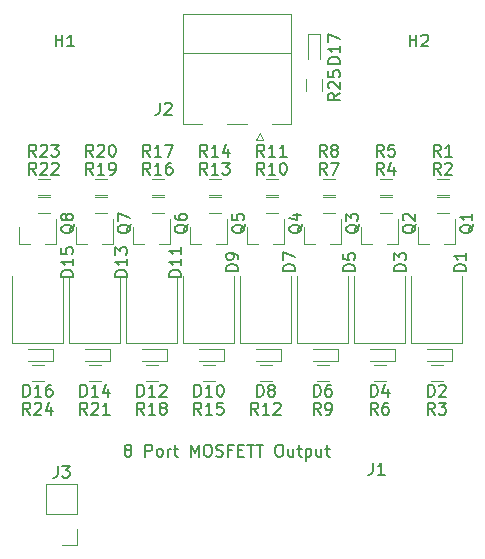
<source format=gbr>
%TF.GenerationSoftware,KiCad,Pcbnew,(5.1.6)-1*%
%TF.CreationDate,2020-12-06T15:26:43+11:00*%
%TF.ProjectId,mc13clkioout,6d633133-636c-46b6-996f-6f75742e6b69,rev?*%
%TF.SameCoordinates,Original*%
%TF.FileFunction,Legend,Top*%
%TF.FilePolarity,Positive*%
%FSLAX46Y46*%
G04 Gerber Fmt 4.6, Leading zero omitted, Abs format (unit mm)*
G04 Created by KiCad (PCBNEW (5.1.6)-1) date 2020-12-06 15:26:43*
%MOMM*%
%LPD*%
G01*
G04 APERTURE LIST*
%ADD10C,0.150000*%
%ADD11C,0.120000*%
G04 APERTURE END LIST*
D10*
X125151619Y-126880952D02*
X125056380Y-126833333D01*
X125008761Y-126785714D01*
X124961142Y-126690476D01*
X124961142Y-126642857D01*
X125008761Y-126547619D01*
X125056380Y-126500000D01*
X125151619Y-126452380D01*
X125342095Y-126452380D01*
X125437333Y-126500000D01*
X125484952Y-126547619D01*
X125532571Y-126642857D01*
X125532571Y-126690476D01*
X125484952Y-126785714D01*
X125437333Y-126833333D01*
X125342095Y-126880952D01*
X125151619Y-126880952D01*
X125056380Y-126928571D01*
X125008761Y-126976190D01*
X124961142Y-127071428D01*
X124961142Y-127261904D01*
X125008761Y-127357142D01*
X125056380Y-127404761D01*
X125151619Y-127452380D01*
X125342095Y-127452380D01*
X125437333Y-127404761D01*
X125484952Y-127357142D01*
X125532571Y-127261904D01*
X125532571Y-127071428D01*
X125484952Y-126976190D01*
X125437333Y-126928571D01*
X125342095Y-126880952D01*
X126723047Y-127452380D02*
X126723047Y-126452380D01*
X127104000Y-126452380D01*
X127199238Y-126500000D01*
X127246857Y-126547619D01*
X127294476Y-126642857D01*
X127294476Y-126785714D01*
X127246857Y-126880952D01*
X127199238Y-126928571D01*
X127104000Y-126976190D01*
X126723047Y-126976190D01*
X127865904Y-127452380D02*
X127770666Y-127404761D01*
X127723047Y-127357142D01*
X127675428Y-127261904D01*
X127675428Y-126976190D01*
X127723047Y-126880952D01*
X127770666Y-126833333D01*
X127865904Y-126785714D01*
X128008761Y-126785714D01*
X128104000Y-126833333D01*
X128151619Y-126880952D01*
X128199238Y-126976190D01*
X128199238Y-127261904D01*
X128151619Y-127357142D01*
X128104000Y-127404761D01*
X128008761Y-127452380D01*
X127865904Y-127452380D01*
X128627809Y-127452380D02*
X128627809Y-126785714D01*
X128627809Y-126976190D02*
X128675428Y-126880952D01*
X128723047Y-126833333D01*
X128818285Y-126785714D01*
X128913523Y-126785714D01*
X129104000Y-126785714D02*
X129484952Y-126785714D01*
X129246857Y-126452380D02*
X129246857Y-127309523D01*
X129294476Y-127404761D01*
X129389714Y-127452380D01*
X129484952Y-127452380D01*
X130580190Y-127452380D02*
X130580190Y-126452380D01*
X130913523Y-127166666D01*
X131246857Y-126452380D01*
X131246857Y-127452380D01*
X131913523Y-126452380D02*
X132104000Y-126452380D01*
X132199238Y-126500000D01*
X132294476Y-126595238D01*
X132342095Y-126785714D01*
X132342095Y-127119047D01*
X132294476Y-127309523D01*
X132199238Y-127404761D01*
X132104000Y-127452380D01*
X131913523Y-127452380D01*
X131818285Y-127404761D01*
X131723047Y-127309523D01*
X131675428Y-127119047D01*
X131675428Y-126785714D01*
X131723047Y-126595238D01*
X131818285Y-126500000D01*
X131913523Y-126452380D01*
X132723047Y-127404761D02*
X132865904Y-127452380D01*
X133104000Y-127452380D01*
X133199238Y-127404761D01*
X133246857Y-127357142D01*
X133294476Y-127261904D01*
X133294476Y-127166666D01*
X133246857Y-127071428D01*
X133199238Y-127023809D01*
X133104000Y-126976190D01*
X132913523Y-126928571D01*
X132818285Y-126880952D01*
X132770666Y-126833333D01*
X132723047Y-126738095D01*
X132723047Y-126642857D01*
X132770666Y-126547619D01*
X132818285Y-126500000D01*
X132913523Y-126452380D01*
X133151619Y-126452380D01*
X133294476Y-126500000D01*
X134056380Y-126928571D02*
X133723047Y-126928571D01*
X133723047Y-127452380D02*
X133723047Y-126452380D01*
X134199238Y-126452380D01*
X134580190Y-126928571D02*
X134913523Y-126928571D01*
X135056380Y-127452380D02*
X134580190Y-127452380D01*
X134580190Y-126452380D01*
X135056380Y-126452380D01*
X135342095Y-126452380D02*
X135913523Y-126452380D01*
X135627809Y-127452380D02*
X135627809Y-126452380D01*
X136104000Y-126452380D02*
X136675428Y-126452380D01*
X136389714Y-127452380D02*
X136389714Y-126452380D01*
X137961142Y-126452380D02*
X138151619Y-126452380D01*
X138246857Y-126500000D01*
X138342095Y-126595238D01*
X138389714Y-126785714D01*
X138389714Y-127119047D01*
X138342095Y-127309523D01*
X138246857Y-127404761D01*
X138151619Y-127452380D01*
X137961142Y-127452380D01*
X137865904Y-127404761D01*
X137770666Y-127309523D01*
X137723047Y-127119047D01*
X137723047Y-126785714D01*
X137770666Y-126595238D01*
X137865904Y-126500000D01*
X137961142Y-126452380D01*
X139246857Y-126785714D02*
X139246857Y-127452380D01*
X138818285Y-126785714D02*
X138818285Y-127309523D01*
X138865904Y-127404761D01*
X138961142Y-127452380D01*
X139104000Y-127452380D01*
X139199238Y-127404761D01*
X139246857Y-127357142D01*
X139580190Y-126785714D02*
X139961142Y-126785714D01*
X139723047Y-126452380D02*
X139723047Y-127309523D01*
X139770666Y-127404761D01*
X139865904Y-127452380D01*
X139961142Y-127452380D01*
X140294476Y-126785714D02*
X140294476Y-127785714D01*
X140294476Y-126833333D02*
X140389714Y-126785714D01*
X140580190Y-126785714D01*
X140675428Y-126833333D01*
X140723047Y-126880952D01*
X140770666Y-126976190D01*
X140770666Y-127261904D01*
X140723047Y-127357142D01*
X140675428Y-127404761D01*
X140580190Y-127452380D01*
X140389714Y-127452380D01*
X140294476Y-127404761D01*
X141627809Y-126785714D02*
X141627809Y-127452380D01*
X141199238Y-126785714D02*
X141199238Y-127309523D01*
X141246857Y-127404761D01*
X141342095Y-127452380D01*
X141484952Y-127452380D01*
X141580190Y-127404761D01*
X141627809Y-127357142D01*
X141961142Y-126785714D02*
X142342095Y-126785714D01*
X142104000Y-126452380D02*
X142104000Y-127309523D01*
X142151619Y-127404761D01*
X142246857Y-127452380D01*
X142342095Y-127452380D01*
D11*
%TO.C,Q7*%
X120848000Y-109472000D02*
X121778000Y-109472000D01*
X124008000Y-109472000D02*
X123078000Y-109472000D01*
X124008000Y-109472000D02*
X124008000Y-107312000D01*
X120848000Y-109472000D02*
X120848000Y-108012000D01*
%TO.C,D15*%
X115452000Y-117850000D02*
X119752000Y-117850000D01*
X119752000Y-117850000D02*
X119752000Y-112150000D01*
X115452000Y-117850000D02*
X115452000Y-112150000D01*
%TO.C,D13*%
X120278000Y-117850000D02*
X124578000Y-117850000D01*
X124578000Y-117850000D02*
X124578000Y-112150000D01*
X120278000Y-117850000D02*
X120278000Y-112150000D01*
%TO.C,D11*%
X125104000Y-117850000D02*
X129404000Y-117850000D01*
X129404000Y-117850000D02*
X129404000Y-112150000D01*
X125104000Y-117850000D02*
X125104000Y-112150000D01*
%TO.C,D9*%
X129930000Y-117850000D02*
X134230000Y-117850000D01*
X134230000Y-117850000D02*
X134230000Y-112150000D01*
X129930000Y-117850000D02*
X129930000Y-112150000D01*
%TO.C,D7*%
X134756000Y-117850000D02*
X139056000Y-117850000D01*
X139056000Y-117850000D02*
X139056000Y-112150000D01*
X134756000Y-117850000D02*
X134756000Y-112150000D01*
%TO.C,D5*%
X139582000Y-117850000D02*
X143882000Y-117850000D01*
X143882000Y-117850000D02*
X143882000Y-112150000D01*
X139582000Y-117850000D02*
X139582000Y-112150000D01*
%TO.C,D3*%
X144408000Y-117850000D02*
X148708000Y-117850000D01*
X148708000Y-117850000D02*
X148708000Y-112150000D01*
X144408000Y-117850000D02*
X144408000Y-112150000D01*
%TO.C,D1*%
X149234000Y-117850000D02*
X153534000Y-117850000D01*
X153534000Y-117850000D02*
X153534000Y-112150000D01*
X149234000Y-117850000D02*
X149234000Y-112150000D01*
%TO.C,R25*%
X140290000Y-96524000D02*
X140290000Y-95524000D01*
X141650000Y-95524000D02*
X141650000Y-96524000D01*
%TO.C,R24*%
X117102000Y-119716000D02*
X118102000Y-119716000D01*
X118102000Y-121076000D02*
X117102000Y-121076000D01*
%TO.C,R23*%
X118610000Y-106852000D02*
X117610000Y-106852000D01*
X117610000Y-105492000D02*
X118610000Y-105492000D01*
%TO.C,R22*%
X117610000Y-103968000D02*
X118610000Y-103968000D01*
X118610000Y-105328000D02*
X117610000Y-105328000D01*
%TO.C,R21*%
X121928000Y-119716000D02*
X122928000Y-119716000D01*
X122928000Y-121076000D02*
X121928000Y-121076000D01*
%TO.C,R20*%
X123436000Y-106852000D02*
X122436000Y-106852000D01*
X122436000Y-105492000D02*
X123436000Y-105492000D01*
%TO.C,R19*%
X122436000Y-103968000D02*
X123436000Y-103968000D01*
X123436000Y-105328000D02*
X122436000Y-105328000D01*
%TO.C,R18*%
X126754000Y-119716000D02*
X127754000Y-119716000D01*
X127754000Y-121076000D02*
X126754000Y-121076000D01*
%TO.C,R17*%
X128262000Y-106852000D02*
X127262000Y-106852000D01*
X127262000Y-105492000D02*
X128262000Y-105492000D01*
%TO.C,R16*%
X127262000Y-103968000D02*
X128262000Y-103968000D01*
X128262000Y-105328000D02*
X127262000Y-105328000D01*
%TO.C,R15*%
X131580000Y-119716000D02*
X132580000Y-119716000D01*
X132580000Y-121076000D02*
X131580000Y-121076000D01*
%TO.C,R14*%
X133088000Y-106852000D02*
X132088000Y-106852000D01*
X132088000Y-105492000D02*
X133088000Y-105492000D01*
%TO.C,R13*%
X132088000Y-103968000D02*
X133088000Y-103968000D01*
X133088000Y-105328000D02*
X132088000Y-105328000D01*
%TO.C,R12*%
X136406000Y-119716000D02*
X137406000Y-119716000D01*
X137406000Y-121076000D02*
X136406000Y-121076000D01*
%TO.C,R11*%
X137914000Y-106852000D02*
X136914000Y-106852000D01*
X136914000Y-105492000D02*
X137914000Y-105492000D01*
%TO.C,R10*%
X136914000Y-103968000D02*
X137914000Y-103968000D01*
X137914000Y-105328000D02*
X136914000Y-105328000D01*
%TO.C,R9*%
X141232000Y-119716000D02*
X142232000Y-119716000D01*
X142232000Y-121076000D02*
X141232000Y-121076000D01*
%TO.C,R8*%
X142740000Y-106852000D02*
X141740000Y-106852000D01*
X141740000Y-105492000D02*
X142740000Y-105492000D01*
%TO.C,R7*%
X141740000Y-103968000D02*
X142740000Y-103968000D01*
X142740000Y-105328000D02*
X141740000Y-105328000D01*
%TO.C,R6*%
X146058000Y-119716000D02*
X147058000Y-119716000D01*
X147058000Y-121076000D02*
X146058000Y-121076000D01*
%TO.C,R5*%
X147566000Y-106852000D02*
X146566000Y-106852000D01*
X146566000Y-105492000D02*
X147566000Y-105492000D01*
%TO.C,R4*%
X146566000Y-103968000D02*
X147566000Y-103968000D01*
X147566000Y-105328000D02*
X146566000Y-105328000D01*
%TO.C,R3*%
X150884000Y-119716000D02*
X151884000Y-119716000D01*
X151884000Y-121076000D02*
X150884000Y-121076000D01*
%TO.C,R2*%
X152392000Y-106852000D02*
X151392000Y-106852000D01*
X151392000Y-105492000D02*
X152392000Y-105492000D01*
%TO.C,R1*%
X151392000Y-103968000D02*
X152392000Y-103968000D01*
X152392000Y-105328000D02*
X151392000Y-105328000D01*
%TO.C,Q8*%
X116022000Y-109472000D02*
X116952000Y-109472000D01*
X119182000Y-109472000D02*
X118252000Y-109472000D01*
X119182000Y-109472000D02*
X119182000Y-107312000D01*
X116022000Y-109472000D02*
X116022000Y-108012000D01*
%TO.C,Q6*%
X125674000Y-109472000D02*
X126604000Y-109472000D01*
X128834000Y-109472000D02*
X127904000Y-109472000D01*
X128834000Y-109472000D02*
X128834000Y-107312000D01*
X125674000Y-109472000D02*
X125674000Y-108012000D01*
%TO.C,Q5*%
X130500000Y-109472000D02*
X131430000Y-109472000D01*
X133660000Y-109472000D02*
X132730000Y-109472000D01*
X133660000Y-109472000D02*
X133660000Y-107312000D01*
X130500000Y-109472000D02*
X130500000Y-108012000D01*
%TO.C,Q4*%
X135326000Y-109472000D02*
X136256000Y-109472000D01*
X138486000Y-109472000D02*
X137556000Y-109472000D01*
X138486000Y-109472000D02*
X138486000Y-107312000D01*
X135326000Y-109472000D02*
X135326000Y-108012000D01*
%TO.C,Q3*%
X140152000Y-109472000D02*
X141082000Y-109472000D01*
X143312000Y-109472000D02*
X142382000Y-109472000D01*
X143312000Y-109472000D02*
X143312000Y-107312000D01*
X140152000Y-109472000D02*
X140152000Y-108012000D01*
%TO.C,Q2*%
X144978000Y-109472000D02*
X145908000Y-109472000D01*
X148138000Y-109472000D02*
X147208000Y-109472000D01*
X148138000Y-109472000D02*
X148138000Y-107312000D01*
X144978000Y-109472000D02*
X144978000Y-108012000D01*
%TO.C,Q1*%
X149804000Y-109488000D02*
X150734000Y-109488000D01*
X152964000Y-109488000D02*
X152034000Y-109488000D01*
X152964000Y-109488000D02*
X152964000Y-107328000D01*
X149804000Y-109488000D02*
X149804000Y-108028000D01*
%TO.C,J3*%
X120964000Y-129734000D02*
X118304000Y-129734000D01*
X120964000Y-132334000D02*
X120964000Y-129734000D01*
X118304000Y-132334000D02*
X118304000Y-129734000D01*
X120964000Y-132334000D02*
X118304000Y-132334000D01*
X120964000Y-133604000D02*
X120964000Y-134934000D01*
X120964000Y-134934000D02*
X119634000Y-134934000D01*
%TO.C,J2*%
X139078000Y-99324000D02*
X139078000Y-89964000D01*
X139078000Y-89964000D02*
X129908000Y-89964000D01*
X129908000Y-89964000D02*
X129908000Y-99324000D01*
X139078000Y-99324000D02*
X137448000Y-99324000D01*
X129908000Y-99324000D02*
X131538000Y-99324000D01*
X135348000Y-99324000D02*
X133638000Y-99324000D01*
X139078000Y-93244000D02*
X129908000Y-93244000D01*
X136098000Y-100644000D02*
X136398000Y-100044000D01*
X136398000Y-100044000D02*
X136698000Y-100644000D01*
X136698000Y-100644000D02*
X136098000Y-100644000D01*
%TO.C,D17*%
X141470000Y-91664000D02*
X140470000Y-91664000D01*
X140470000Y-91664000D02*
X140470000Y-93764000D01*
X141470000Y-91664000D02*
X141470000Y-93764000D01*
%TO.C,D16*%
X118902000Y-119372000D02*
X118902000Y-118372000D01*
X118902000Y-118372000D02*
X116802000Y-118372000D01*
X118902000Y-119372000D02*
X116802000Y-119372000D01*
%TO.C,D14*%
X123728000Y-119372000D02*
X123728000Y-118372000D01*
X123728000Y-118372000D02*
X121628000Y-118372000D01*
X123728000Y-119372000D02*
X121628000Y-119372000D01*
%TO.C,D12*%
X128554000Y-119372000D02*
X128554000Y-118372000D01*
X128554000Y-118372000D02*
X126454000Y-118372000D01*
X128554000Y-119372000D02*
X126454000Y-119372000D01*
%TO.C,D10*%
X133380000Y-119372000D02*
X133380000Y-118372000D01*
X133380000Y-118372000D02*
X131280000Y-118372000D01*
X133380000Y-119372000D02*
X131280000Y-119372000D01*
%TO.C,D8*%
X138206000Y-119372000D02*
X138206000Y-118372000D01*
X138206000Y-118372000D02*
X136106000Y-118372000D01*
X138206000Y-119372000D02*
X136106000Y-119372000D01*
%TO.C,D6*%
X143032000Y-119372000D02*
X143032000Y-118372000D01*
X143032000Y-118372000D02*
X140932000Y-118372000D01*
X143032000Y-119372000D02*
X140932000Y-119372000D01*
%TO.C,D4*%
X147858000Y-119372000D02*
X147858000Y-118372000D01*
X147858000Y-118372000D02*
X145758000Y-118372000D01*
X147858000Y-119372000D02*
X145758000Y-119372000D01*
%TO.C,D2*%
X152646000Y-119372000D02*
X152646000Y-118372000D01*
X152646000Y-118372000D02*
X150546000Y-118372000D01*
X152646000Y-119372000D02*
X150546000Y-119372000D01*
%TO.C,J1*%
D10*
X145970666Y-127976380D02*
X145970666Y-128690666D01*
X145923047Y-128833523D01*
X145827809Y-128928761D01*
X145684952Y-128976380D01*
X145589714Y-128976380D01*
X146970666Y-128976380D02*
X146399238Y-128976380D01*
X146684952Y-128976380D02*
X146684952Y-127976380D01*
X146589714Y-128119238D01*
X146494476Y-128214476D01*
X146399238Y-128262095D01*
%TO.C,H2*%
X149098095Y-92718380D02*
X149098095Y-91718380D01*
X149098095Y-92194571D02*
X149669523Y-92194571D01*
X149669523Y-92718380D02*
X149669523Y-91718380D01*
X150098095Y-91813619D02*
X150145714Y-91766000D01*
X150240952Y-91718380D01*
X150479047Y-91718380D01*
X150574285Y-91766000D01*
X150621904Y-91813619D01*
X150669523Y-91908857D01*
X150669523Y-92004095D01*
X150621904Y-92146952D01*
X150050476Y-92718380D01*
X150669523Y-92718380D01*
%TO.C,H1*%
X119126095Y-92718380D02*
X119126095Y-91718380D01*
X119126095Y-92194571D02*
X119697523Y-92194571D01*
X119697523Y-92718380D02*
X119697523Y-91718380D01*
X120697523Y-92718380D02*
X120126095Y-92718380D01*
X120411809Y-92718380D02*
X120411809Y-91718380D01*
X120316571Y-91861238D01*
X120221333Y-91956476D01*
X120126095Y-92004095D01*
%TO.C,Q7*%
X125475619Y-107791238D02*
X125428000Y-107886476D01*
X125332761Y-107981714D01*
X125189904Y-108124571D01*
X125142285Y-108219809D01*
X125142285Y-108315047D01*
X125380380Y-108267428D02*
X125332761Y-108362666D01*
X125237523Y-108457904D01*
X125047047Y-108505523D01*
X124713714Y-108505523D01*
X124523238Y-108457904D01*
X124428000Y-108362666D01*
X124380380Y-108267428D01*
X124380380Y-108076952D01*
X124428000Y-107981714D01*
X124523238Y-107886476D01*
X124713714Y-107838857D01*
X125047047Y-107838857D01*
X125237523Y-107886476D01*
X125332761Y-107981714D01*
X125380380Y-108076952D01*
X125380380Y-108267428D01*
X124380380Y-107505523D02*
X124380380Y-106838857D01*
X125380380Y-107267428D01*
%TO.C,D15*%
X120594380Y-112212285D02*
X119594380Y-112212285D01*
X119594380Y-111974190D01*
X119642000Y-111831333D01*
X119737238Y-111736095D01*
X119832476Y-111688476D01*
X120022952Y-111640857D01*
X120165809Y-111640857D01*
X120356285Y-111688476D01*
X120451523Y-111736095D01*
X120546761Y-111831333D01*
X120594380Y-111974190D01*
X120594380Y-112212285D01*
X120594380Y-110688476D02*
X120594380Y-111259904D01*
X120594380Y-110974190D02*
X119594380Y-110974190D01*
X119737238Y-111069428D01*
X119832476Y-111164666D01*
X119880095Y-111259904D01*
X119594380Y-109783714D02*
X119594380Y-110259904D01*
X120070571Y-110307523D01*
X120022952Y-110259904D01*
X119975333Y-110164666D01*
X119975333Y-109926571D01*
X120022952Y-109831333D01*
X120070571Y-109783714D01*
X120165809Y-109736095D01*
X120403904Y-109736095D01*
X120499142Y-109783714D01*
X120546761Y-109831333D01*
X120594380Y-109926571D01*
X120594380Y-110164666D01*
X120546761Y-110259904D01*
X120499142Y-110307523D01*
%TO.C,D13*%
X125166380Y-112212285D02*
X124166380Y-112212285D01*
X124166380Y-111974190D01*
X124214000Y-111831333D01*
X124309238Y-111736095D01*
X124404476Y-111688476D01*
X124594952Y-111640857D01*
X124737809Y-111640857D01*
X124928285Y-111688476D01*
X125023523Y-111736095D01*
X125118761Y-111831333D01*
X125166380Y-111974190D01*
X125166380Y-112212285D01*
X125166380Y-110688476D02*
X125166380Y-111259904D01*
X125166380Y-110974190D02*
X124166380Y-110974190D01*
X124309238Y-111069428D01*
X124404476Y-111164666D01*
X124452095Y-111259904D01*
X124166380Y-110355142D02*
X124166380Y-109736095D01*
X124547333Y-110069428D01*
X124547333Y-109926571D01*
X124594952Y-109831333D01*
X124642571Y-109783714D01*
X124737809Y-109736095D01*
X124975904Y-109736095D01*
X125071142Y-109783714D01*
X125118761Y-109831333D01*
X125166380Y-109926571D01*
X125166380Y-110212285D01*
X125118761Y-110307523D01*
X125071142Y-110355142D01*
%TO.C,D11*%
X129738380Y-112212285D02*
X128738380Y-112212285D01*
X128738380Y-111974190D01*
X128786000Y-111831333D01*
X128881238Y-111736095D01*
X128976476Y-111688476D01*
X129166952Y-111640857D01*
X129309809Y-111640857D01*
X129500285Y-111688476D01*
X129595523Y-111736095D01*
X129690761Y-111831333D01*
X129738380Y-111974190D01*
X129738380Y-112212285D01*
X129738380Y-110688476D02*
X129738380Y-111259904D01*
X129738380Y-110974190D02*
X128738380Y-110974190D01*
X128881238Y-111069428D01*
X128976476Y-111164666D01*
X129024095Y-111259904D01*
X129738380Y-109736095D02*
X129738380Y-110307523D01*
X129738380Y-110021809D02*
X128738380Y-110021809D01*
X128881238Y-110117047D01*
X128976476Y-110212285D01*
X129024095Y-110307523D01*
%TO.C,D9*%
X134564380Y-111736095D02*
X133564380Y-111736095D01*
X133564380Y-111498000D01*
X133612000Y-111355142D01*
X133707238Y-111259904D01*
X133802476Y-111212285D01*
X133992952Y-111164666D01*
X134135809Y-111164666D01*
X134326285Y-111212285D01*
X134421523Y-111259904D01*
X134516761Y-111355142D01*
X134564380Y-111498000D01*
X134564380Y-111736095D01*
X134564380Y-110688476D02*
X134564380Y-110498000D01*
X134516761Y-110402761D01*
X134469142Y-110355142D01*
X134326285Y-110259904D01*
X134135809Y-110212285D01*
X133754857Y-110212285D01*
X133659619Y-110259904D01*
X133612000Y-110307523D01*
X133564380Y-110402761D01*
X133564380Y-110593238D01*
X133612000Y-110688476D01*
X133659619Y-110736095D01*
X133754857Y-110783714D01*
X133992952Y-110783714D01*
X134088190Y-110736095D01*
X134135809Y-110688476D01*
X134183428Y-110593238D01*
X134183428Y-110402761D01*
X134135809Y-110307523D01*
X134088190Y-110259904D01*
X133992952Y-110212285D01*
%TO.C,D7*%
X139390380Y-111736095D02*
X138390380Y-111736095D01*
X138390380Y-111498000D01*
X138438000Y-111355142D01*
X138533238Y-111259904D01*
X138628476Y-111212285D01*
X138818952Y-111164666D01*
X138961809Y-111164666D01*
X139152285Y-111212285D01*
X139247523Y-111259904D01*
X139342761Y-111355142D01*
X139390380Y-111498000D01*
X139390380Y-111736095D01*
X138390380Y-110831333D02*
X138390380Y-110164666D01*
X139390380Y-110593238D01*
%TO.C,D5*%
X144470380Y-111736095D02*
X143470380Y-111736095D01*
X143470380Y-111498000D01*
X143518000Y-111355142D01*
X143613238Y-111259904D01*
X143708476Y-111212285D01*
X143898952Y-111164666D01*
X144041809Y-111164666D01*
X144232285Y-111212285D01*
X144327523Y-111259904D01*
X144422761Y-111355142D01*
X144470380Y-111498000D01*
X144470380Y-111736095D01*
X143470380Y-110259904D02*
X143470380Y-110736095D01*
X143946571Y-110783714D01*
X143898952Y-110736095D01*
X143851333Y-110640857D01*
X143851333Y-110402761D01*
X143898952Y-110307523D01*
X143946571Y-110259904D01*
X144041809Y-110212285D01*
X144279904Y-110212285D01*
X144375142Y-110259904D01*
X144422761Y-110307523D01*
X144470380Y-110402761D01*
X144470380Y-110640857D01*
X144422761Y-110736095D01*
X144375142Y-110783714D01*
%TO.C,D3*%
X148788380Y-111736095D02*
X147788380Y-111736095D01*
X147788380Y-111498000D01*
X147836000Y-111355142D01*
X147931238Y-111259904D01*
X148026476Y-111212285D01*
X148216952Y-111164666D01*
X148359809Y-111164666D01*
X148550285Y-111212285D01*
X148645523Y-111259904D01*
X148740761Y-111355142D01*
X148788380Y-111498000D01*
X148788380Y-111736095D01*
X147788380Y-110831333D02*
X147788380Y-110212285D01*
X148169333Y-110545619D01*
X148169333Y-110402761D01*
X148216952Y-110307523D01*
X148264571Y-110259904D01*
X148359809Y-110212285D01*
X148597904Y-110212285D01*
X148693142Y-110259904D01*
X148740761Y-110307523D01*
X148788380Y-110402761D01*
X148788380Y-110688476D01*
X148740761Y-110783714D01*
X148693142Y-110831333D01*
%TO.C,D1*%
X153868380Y-111736095D02*
X152868380Y-111736095D01*
X152868380Y-111498000D01*
X152916000Y-111355142D01*
X153011238Y-111259904D01*
X153106476Y-111212285D01*
X153296952Y-111164666D01*
X153439809Y-111164666D01*
X153630285Y-111212285D01*
X153725523Y-111259904D01*
X153820761Y-111355142D01*
X153868380Y-111498000D01*
X153868380Y-111736095D01*
X153868380Y-110212285D02*
X153868380Y-110783714D01*
X153868380Y-110498000D02*
X152868380Y-110498000D01*
X153011238Y-110593238D01*
X153106476Y-110688476D01*
X153154095Y-110783714D01*
%TO.C,R25*%
X143200380Y-96666857D02*
X142724190Y-97000190D01*
X143200380Y-97238285D02*
X142200380Y-97238285D01*
X142200380Y-96857333D01*
X142248000Y-96762095D01*
X142295619Y-96714476D01*
X142390857Y-96666857D01*
X142533714Y-96666857D01*
X142628952Y-96714476D01*
X142676571Y-96762095D01*
X142724190Y-96857333D01*
X142724190Y-97238285D01*
X142295619Y-96285904D02*
X142248000Y-96238285D01*
X142200380Y-96143047D01*
X142200380Y-95904952D01*
X142248000Y-95809714D01*
X142295619Y-95762095D01*
X142390857Y-95714476D01*
X142486095Y-95714476D01*
X142628952Y-95762095D01*
X143200380Y-96333523D01*
X143200380Y-95714476D01*
X142200380Y-94809714D02*
X142200380Y-95285904D01*
X142676571Y-95333523D01*
X142628952Y-95285904D01*
X142581333Y-95190666D01*
X142581333Y-94952571D01*
X142628952Y-94857333D01*
X142676571Y-94809714D01*
X142771809Y-94762095D01*
X143009904Y-94762095D01*
X143105142Y-94809714D01*
X143152761Y-94857333D01*
X143200380Y-94952571D01*
X143200380Y-95190666D01*
X143152761Y-95285904D01*
X143105142Y-95333523D01*
%TO.C,R24*%
X116959142Y-123896380D02*
X116625809Y-123420190D01*
X116387714Y-123896380D02*
X116387714Y-122896380D01*
X116768666Y-122896380D01*
X116863904Y-122944000D01*
X116911523Y-122991619D01*
X116959142Y-123086857D01*
X116959142Y-123229714D01*
X116911523Y-123324952D01*
X116863904Y-123372571D01*
X116768666Y-123420190D01*
X116387714Y-123420190D01*
X117340095Y-122991619D02*
X117387714Y-122944000D01*
X117482952Y-122896380D01*
X117721047Y-122896380D01*
X117816285Y-122944000D01*
X117863904Y-122991619D01*
X117911523Y-123086857D01*
X117911523Y-123182095D01*
X117863904Y-123324952D01*
X117292476Y-123896380D01*
X117911523Y-123896380D01*
X118768666Y-123229714D02*
X118768666Y-123896380D01*
X118530571Y-122848761D02*
X118292476Y-123563047D01*
X118911523Y-123563047D01*
%TO.C,R23*%
X117467142Y-102052380D02*
X117133809Y-101576190D01*
X116895714Y-102052380D02*
X116895714Y-101052380D01*
X117276666Y-101052380D01*
X117371904Y-101100000D01*
X117419523Y-101147619D01*
X117467142Y-101242857D01*
X117467142Y-101385714D01*
X117419523Y-101480952D01*
X117371904Y-101528571D01*
X117276666Y-101576190D01*
X116895714Y-101576190D01*
X117848095Y-101147619D02*
X117895714Y-101100000D01*
X117990952Y-101052380D01*
X118229047Y-101052380D01*
X118324285Y-101100000D01*
X118371904Y-101147619D01*
X118419523Y-101242857D01*
X118419523Y-101338095D01*
X118371904Y-101480952D01*
X117800476Y-102052380D01*
X118419523Y-102052380D01*
X118752857Y-101052380D02*
X119371904Y-101052380D01*
X119038571Y-101433333D01*
X119181428Y-101433333D01*
X119276666Y-101480952D01*
X119324285Y-101528571D01*
X119371904Y-101623809D01*
X119371904Y-101861904D01*
X119324285Y-101957142D01*
X119276666Y-102004761D01*
X119181428Y-102052380D01*
X118895714Y-102052380D01*
X118800476Y-102004761D01*
X118752857Y-101957142D01*
%TO.C,R22*%
X117467142Y-103576380D02*
X117133809Y-103100190D01*
X116895714Y-103576380D02*
X116895714Y-102576380D01*
X117276666Y-102576380D01*
X117371904Y-102624000D01*
X117419523Y-102671619D01*
X117467142Y-102766857D01*
X117467142Y-102909714D01*
X117419523Y-103004952D01*
X117371904Y-103052571D01*
X117276666Y-103100190D01*
X116895714Y-103100190D01*
X117848095Y-102671619D02*
X117895714Y-102624000D01*
X117990952Y-102576380D01*
X118229047Y-102576380D01*
X118324285Y-102624000D01*
X118371904Y-102671619D01*
X118419523Y-102766857D01*
X118419523Y-102862095D01*
X118371904Y-103004952D01*
X117800476Y-103576380D01*
X118419523Y-103576380D01*
X118800476Y-102671619D02*
X118848095Y-102624000D01*
X118943333Y-102576380D01*
X119181428Y-102576380D01*
X119276666Y-102624000D01*
X119324285Y-102671619D01*
X119371904Y-102766857D01*
X119371904Y-102862095D01*
X119324285Y-103004952D01*
X118752857Y-103576380D01*
X119371904Y-103576380D01*
%TO.C,R21*%
X121785142Y-123896380D02*
X121451809Y-123420190D01*
X121213714Y-123896380D02*
X121213714Y-122896380D01*
X121594666Y-122896380D01*
X121689904Y-122944000D01*
X121737523Y-122991619D01*
X121785142Y-123086857D01*
X121785142Y-123229714D01*
X121737523Y-123324952D01*
X121689904Y-123372571D01*
X121594666Y-123420190D01*
X121213714Y-123420190D01*
X122166095Y-122991619D02*
X122213714Y-122944000D01*
X122308952Y-122896380D01*
X122547047Y-122896380D01*
X122642285Y-122944000D01*
X122689904Y-122991619D01*
X122737523Y-123086857D01*
X122737523Y-123182095D01*
X122689904Y-123324952D01*
X122118476Y-123896380D01*
X122737523Y-123896380D01*
X123689904Y-123896380D02*
X123118476Y-123896380D01*
X123404190Y-123896380D02*
X123404190Y-122896380D01*
X123308952Y-123039238D01*
X123213714Y-123134476D01*
X123118476Y-123182095D01*
%TO.C,R20*%
X122293142Y-102052380D02*
X121959809Y-101576190D01*
X121721714Y-102052380D02*
X121721714Y-101052380D01*
X122102666Y-101052380D01*
X122197904Y-101100000D01*
X122245523Y-101147619D01*
X122293142Y-101242857D01*
X122293142Y-101385714D01*
X122245523Y-101480952D01*
X122197904Y-101528571D01*
X122102666Y-101576190D01*
X121721714Y-101576190D01*
X122674095Y-101147619D02*
X122721714Y-101100000D01*
X122816952Y-101052380D01*
X123055047Y-101052380D01*
X123150285Y-101100000D01*
X123197904Y-101147619D01*
X123245523Y-101242857D01*
X123245523Y-101338095D01*
X123197904Y-101480952D01*
X122626476Y-102052380D01*
X123245523Y-102052380D01*
X123864571Y-101052380D02*
X123959809Y-101052380D01*
X124055047Y-101100000D01*
X124102666Y-101147619D01*
X124150285Y-101242857D01*
X124197904Y-101433333D01*
X124197904Y-101671428D01*
X124150285Y-101861904D01*
X124102666Y-101957142D01*
X124055047Y-102004761D01*
X123959809Y-102052380D01*
X123864571Y-102052380D01*
X123769333Y-102004761D01*
X123721714Y-101957142D01*
X123674095Y-101861904D01*
X123626476Y-101671428D01*
X123626476Y-101433333D01*
X123674095Y-101242857D01*
X123721714Y-101147619D01*
X123769333Y-101100000D01*
X123864571Y-101052380D01*
%TO.C,R19*%
X122293142Y-103576380D02*
X121959809Y-103100190D01*
X121721714Y-103576380D02*
X121721714Y-102576380D01*
X122102666Y-102576380D01*
X122197904Y-102624000D01*
X122245523Y-102671619D01*
X122293142Y-102766857D01*
X122293142Y-102909714D01*
X122245523Y-103004952D01*
X122197904Y-103052571D01*
X122102666Y-103100190D01*
X121721714Y-103100190D01*
X123245523Y-103576380D02*
X122674095Y-103576380D01*
X122959809Y-103576380D02*
X122959809Y-102576380D01*
X122864571Y-102719238D01*
X122769333Y-102814476D01*
X122674095Y-102862095D01*
X123721714Y-103576380D02*
X123912190Y-103576380D01*
X124007428Y-103528761D01*
X124055047Y-103481142D01*
X124150285Y-103338285D01*
X124197904Y-103147809D01*
X124197904Y-102766857D01*
X124150285Y-102671619D01*
X124102666Y-102624000D01*
X124007428Y-102576380D01*
X123816952Y-102576380D01*
X123721714Y-102624000D01*
X123674095Y-102671619D01*
X123626476Y-102766857D01*
X123626476Y-103004952D01*
X123674095Y-103100190D01*
X123721714Y-103147809D01*
X123816952Y-103195428D01*
X124007428Y-103195428D01*
X124102666Y-103147809D01*
X124150285Y-103100190D01*
X124197904Y-103004952D01*
%TO.C,R18*%
X126611142Y-123896380D02*
X126277809Y-123420190D01*
X126039714Y-123896380D02*
X126039714Y-122896380D01*
X126420666Y-122896380D01*
X126515904Y-122944000D01*
X126563523Y-122991619D01*
X126611142Y-123086857D01*
X126611142Y-123229714D01*
X126563523Y-123324952D01*
X126515904Y-123372571D01*
X126420666Y-123420190D01*
X126039714Y-123420190D01*
X127563523Y-123896380D02*
X126992095Y-123896380D01*
X127277809Y-123896380D02*
X127277809Y-122896380D01*
X127182571Y-123039238D01*
X127087333Y-123134476D01*
X126992095Y-123182095D01*
X128134952Y-123324952D02*
X128039714Y-123277333D01*
X127992095Y-123229714D01*
X127944476Y-123134476D01*
X127944476Y-123086857D01*
X127992095Y-122991619D01*
X128039714Y-122944000D01*
X128134952Y-122896380D01*
X128325428Y-122896380D01*
X128420666Y-122944000D01*
X128468285Y-122991619D01*
X128515904Y-123086857D01*
X128515904Y-123134476D01*
X128468285Y-123229714D01*
X128420666Y-123277333D01*
X128325428Y-123324952D01*
X128134952Y-123324952D01*
X128039714Y-123372571D01*
X127992095Y-123420190D01*
X127944476Y-123515428D01*
X127944476Y-123705904D01*
X127992095Y-123801142D01*
X128039714Y-123848761D01*
X128134952Y-123896380D01*
X128325428Y-123896380D01*
X128420666Y-123848761D01*
X128468285Y-123801142D01*
X128515904Y-123705904D01*
X128515904Y-123515428D01*
X128468285Y-123420190D01*
X128420666Y-123372571D01*
X128325428Y-123324952D01*
%TO.C,R17*%
X127119142Y-102052380D02*
X126785809Y-101576190D01*
X126547714Y-102052380D02*
X126547714Y-101052380D01*
X126928666Y-101052380D01*
X127023904Y-101100000D01*
X127071523Y-101147619D01*
X127119142Y-101242857D01*
X127119142Y-101385714D01*
X127071523Y-101480952D01*
X127023904Y-101528571D01*
X126928666Y-101576190D01*
X126547714Y-101576190D01*
X128071523Y-102052380D02*
X127500095Y-102052380D01*
X127785809Y-102052380D02*
X127785809Y-101052380D01*
X127690571Y-101195238D01*
X127595333Y-101290476D01*
X127500095Y-101338095D01*
X128404857Y-101052380D02*
X129071523Y-101052380D01*
X128642952Y-102052380D01*
%TO.C,R16*%
X127119142Y-103576380D02*
X126785809Y-103100190D01*
X126547714Y-103576380D02*
X126547714Y-102576380D01*
X126928666Y-102576380D01*
X127023904Y-102624000D01*
X127071523Y-102671619D01*
X127119142Y-102766857D01*
X127119142Y-102909714D01*
X127071523Y-103004952D01*
X127023904Y-103052571D01*
X126928666Y-103100190D01*
X126547714Y-103100190D01*
X128071523Y-103576380D02*
X127500095Y-103576380D01*
X127785809Y-103576380D02*
X127785809Y-102576380D01*
X127690571Y-102719238D01*
X127595333Y-102814476D01*
X127500095Y-102862095D01*
X128928666Y-102576380D02*
X128738190Y-102576380D01*
X128642952Y-102624000D01*
X128595333Y-102671619D01*
X128500095Y-102814476D01*
X128452476Y-103004952D01*
X128452476Y-103385904D01*
X128500095Y-103481142D01*
X128547714Y-103528761D01*
X128642952Y-103576380D01*
X128833428Y-103576380D01*
X128928666Y-103528761D01*
X128976285Y-103481142D01*
X129023904Y-103385904D01*
X129023904Y-103147809D01*
X128976285Y-103052571D01*
X128928666Y-103004952D01*
X128833428Y-102957333D01*
X128642952Y-102957333D01*
X128547714Y-103004952D01*
X128500095Y-103052571D01*
X128452476Y-103147809D01*
%TO.C,R15*%
X131437142Y-123896380D02*
X131103809Y-123420190D01*
X130865714Y-123896380D02*
X130865714Y-122896380D01*
X131246666Y-122896380D01*
X131341904Y-122944000D01*
X131389523Y-122991619D01*
X131437142Y-123086857D01*
X131437142Y-123229714D01*
X131389523Y-123324952D01*
X131341904Y-123372571D01*
X131246666Y-123420190D01*
X130865714Y-123420190D01*
X132389523Y-123896380D02*
X131818095Y-123896380D01*
X132103809Y-123896380D02*
X132103809Y-122896380D01*
X132008571Y-123039238D01*
X131913333Y-123134476D01*
X131818095Y-123182095D01*
X133294285Y-122896380D02*
X132818095Y-122896380D01*
X132770476Y-123372571D01*
X132818095Y-123324952D01*
X132913333Y-123277333D01*
X133151428Y-123277333D01*
X133246666Y-123324952D01*
X133294285Y-123372571D01*
X133341904Y-123467809D01*
X133341904Y-123705904D01*
X133294285Y-123801142D01*
X133246666Y-123848761D01*
X133151428Y-123896380D01*
X132913333Y-123896380D01*
X132818095Y-123848761D01*
X132770476Y-123801142D01*
%TO.C,R14*%
X131945142Y-102052380D02*
X131611809Y-101576190D01*
X131373714Y-102052380D02*
X131373714Y-101052380D01*
X131754666Y-101052380D01*
X131849904Y-101100000D01*
X131897523Y-101147619D01*
X131945142Y-101242857D01*
X131945142Y-101385714D01*
X131897523Y-101480952D01*
X131849904Y-101528571D01*
X131754666Y-101576190D01*
X131373714Y-101576190D01*
X132897523Y-102052380D02*
X132326095Y-102052380D01*
X132611809Y-102052380D02*
X132611809Y-101052380D01*
X132516571Y-101195238D01*
X132421333Y-101290476D01*
X132326095Y-101338095D01*
X133754666Y-101385714D02*
X133754666Y-102052380D01*
X133516571Y-101004761D02*
X133278476Y-101719047D01*
X133897523Y-101719047D01*
%TO.C,R13*%
X131945142Y-103576380D02*
X131611809Y-103100190D01*
X131373714Y-103576380D02*
X131373714Y-102576380D01*
X131754666Y-102576380D01*
X131849904Y-102624000D01*
X131897523Y-102671619D01*
X131945142Y-102766857D01*
X131945142Y-102909714D01*
X131897523Y-103004952D01*
X131849904Y-103052571D01*
X131754666Y-103100190D01*
X131373714Y-103100190D01*
X132897523Y-103576380D02*
X132326095Y-103576380D01*
X132611809Y-103576380D02*
X132611809Y-102576380D01*
X132516571Y-102719238D01*
X132421333Y-102814476D01*
X132326095Y-102862095D01*
X133230857Y-102576380D02*
X133849904Y-102576380D01*
X133516571Y-102957333D01*
X133659428Y-102957333D01*
X133754666Y-103004952D01*
X133802285Y-103052571D01*
X133849904Y-103147809D01*
X133849904Y-103385904D01*
X133802285Y-103481142D01*
X133754666Y-103528761D01*
X133659428Y-103576380D01*
X133373714Y-103576380D01*
X133278476Y-103528761D01*
X133230857Y-103481142D01*
%TO.C,R12*%
X136263142Y-123896380D02*
X135929809Y-123420190D01*
X135691714Y-123896380D02*
X135691714Y-122896380D01*
X136072666Y-122896380D01*
X136167904Y-122944000D01*
X136215523Y-122991619D01*
X136263142Y-123086857D01*
X136263142Y-123229714D01*
X136215523Y-123324952D01*
X136167904Y-123372571D01*
X136072666Y-123420190D01*
X135691714Y-123420190D01*
X137215523Y-123896380D02*
X136644095Y-123896380D01*
X136929809Y-123896380D02*
X136929809Y-122896380D01*
X136834571Y-123039238D01*
X136739333Y-123134476D01*
X136644095Y-123182095D01*
X137596476Y-122991619D02*
X137644095Y-122944000D01*
X137739333Y-122896380D01*
X137977428Y-122896380D01*
X138072666Y-122944000D01*
X138120285Y-122991619D01*
X138167904Y-123086857D01*
X138167904Y-123182095D01*
X138120285Y-123324952D01*
X137548857Y-123896380D01*
X138167904Y-123896380D01*
%TO.C,R11*%
X136771142Y-102052380D02*
X136437809Y-101576190D01*
X136199714Y-102052380D02*
X136199714Y-101052380D01*
X136580666Y-101052380D01*
X136675904Y-101100000D01*
X136723523Y-101147619D01*
X136771142Y-101242857D01*
X136771142Y-101385714D01*
X136723523Y-101480952D01*
X136675904Y-101528571D01*
X136580666Y-101576190D01*
X136199714Y-101576190D01*
X137723523Y-102052380D02*
X137152095Y-102052380D01*
X137437809Y-102052380D02*
X137437809Y-101052380D01*
X137342571Y-101195238D01*
X137247333Y-101290476D01*
X137152095Y-101338095D01*
X138675904Y-102052380D02*
X138104476Y-102052380D01*
X138390190Y-102052380D02*
X138390190Y-101052380D01*
X138294952Y-101195238D01*
X138199714Y-101290476D01*
X138104476Y-101338095D01*
%TO.C,R10*%
X136771142Y-103576380D02*
X136437809Y-103100190D01*
X136199714Y-103576380D02*
X136199714Y-102576380D01*
X136580666Y-102576380D01*
X136675904Y-102624000D01*
X136723523Y-102671619D01*
X136771142Y-102766857D01*
X136771142Y-102909714D01*
X136723523Y-103004952D01*
X136675904Y-103052571D01*
X136580666Y-103100190D01*
X136199714Y-103100190D01*
X137723523Y-103576380D02*
X137152095Y-103576380D01*
X137437809Y-103576380D02*
X137437809Y-102576380D01*
X137342571Y-102719238D01*
X137247333Y-102814476D01*
X137152095Y-102862095D01*
X138342571Y-102576380D02*
X138437809Y-102576380D01*
X138533047Y-102624000D01*
X138580666Y-102671619D01*
X138628285Y-102766857D01*
X138675904Y-102957333D01*
X138675904Y-103195428D01*
X138628285Y-103385904D01*
X138580666Y-103481142D01*
X138533047Y-103528761D01*
X138437809Y-103576380D01*
X138342571Y-103576380D01*
X138247333Y-103528761D01*
X138199714Y-103481142D01*
X138152095Y-103385904D01*
X138104476Y-103195428D01*
X138104476Y-102957333D01*
X138152095Y-102766857D01*
X138199714Y-102671619D01*
X138247333Y-102624000D01*
X138342571Y-102576380D01*
%TO.C,R9*%
X141565333Y-123896380D02*
X141232000Y-123420190D01*
X140993904Y-123896380D02*
X140993904Y-122896380D01*
X141374857Y-122896380D01*
X141470095Y-122944000D01*
X141517714Y-122991619D01*
X141565333Y-123086857D01*
X141565333Y-123229714D01*
X141517714Y-123324952D01*
X141470095Y-123372571D01*
X141374857Y-123420190D01*
X140993904Y-123420190D01*
X142041523Y-123896380D02*
X142232000Y-123896380D01*
X142327238Y-123848761D01*
X142374857Y-123801142D01*
X142470095Y-123658285D01*
X142517714Y-123467809D01*
X142517714Y-123086857D01*
X142470095Y-122991619D01*
X142422476Y-122944000D01*
X142327238Y-122896380D01*
X142136761Y-122896380D01*
X142041523Y-122944000D01*
X141993904Y-122991619D01*
X141946285Y-123086857D01*
X141946285Y-123324952D01*
X141993904Y-123420190D01*
X142041523Y-123467809D01*
X142136761Y-123515428D01*
X142327238Y-123515428D01*
X142422476Y-123467809D01*
X142470095Y-123420190D01*
X142517714Y-123324952D01*
%TO.C,R8*%
X142073333Y-102052380D02*
X141740000Y-101576190D01*
X141501904Y-102052380D02*
X141501904Y-101052380D01*
X141882857Y-101052380D01*
X141978095Y-101100000D01*
X142025714Y-101147619D01*
X142073333Y-101242857D01*
X142073333Y-101385714D01*
X142025714Y-101480952D01*
X141978095Y-101528571D01*
X141882857Y-101576190D01*
X141501904Y-101576190D01*
X142644761Y-101480952D02*
X142549523Y-101433333D01*
X142501904Y-101385714D01*
X142454285Y-101290476D01*
X142454285Y-101242857D01*
X142501904Y-101147619D01*
X142549523Y-101100000D01*
X142644761Y-101052380D01*
X142835238Y-101052380D01*
X142930476Y-101100000D01*
X142978095Y-101147619D01*
X143025714Y-101242857D01*
X143025714Y-101290476D01*
X142978095Y-101385714D01*
X142930476Y-101433333D01*
X142835238Y-101480952D01*
X142644761Y-101480952D01*
X142549523Y-101528571D01*
X142501904Y-101576190D01*
X142454285Y-101671428D01*
X142454285Y-101861904D01*
X142501904Y-101957142D01*
X142549523Y-102004761D01*
X142644761Y-102052380D01*
X142835238Y-102052380D01*
X142930476Y-102004761D01*
X142978095Y-101957142D01*
X143025714Y-101861904D01*
X143025714Y-101671428D01*
X142978095Y-101576190D01*
X142930476Y-101528571D01*
X142835238Y-101480952D01*
%TO.C,R7*%
X142073333Y-103576380D02*
X141740000Y-103100190D01*
X141501904Y-103576380D02*
X141501904Y-102576380D01*
X141882857Y-102576380D01*
X141978095Y-102624000D01*
X142025714Y-102671619D01*
X142073333Y-102766857D01*
X142073333Y-102909714D01*
X142025714Y-103004952D01*
X141978095Y-103052571D01*
X141882857Y-103100190D01*
X141501904Y-103100190D01*
X142406666Y-102576380D02*
X143073333Y-102576380D01*
X142644761Y-103576380D01*
%TO.C,R6*%
X146391333Y-123896380D02*
X146058000Y-123420190D01*
X145819904Y-123896380D02*
X145819904Y-122896380D01*
X146200857Y-122896380D01*
X146296095Y-122944000D01*
X146343714Y-122991619D01*
X146391333Y-123086857D01*
X146391333Y-123229714D01*
X146343714Y-123324952D01*
X146296095Y-123372571D01*
X146200857Y-123420190D01*
X145819904Y-123420190D01*
X147248476Y-122896380D02*
X147058000Y-122896380D01*
X146962761Y-122944000D01*
X146915142Y-122991619D01*
X146819904Y-123134476D01*
X146772285Y-123324952D01*
X146772285Y-123705904D01*
X146819904Y-123801142D01*
X146867523Y-123848761D01*
X146962761Y-123896380D01*
X147153238Y-123896380D01*
X147248476Y-123848761D01*
X147296095Y-123801142D01*
X147343714Y-123705904D01*
X147343714Y-123467809D01*
X147296095Y-123372571D01*
X147248476Y-123324952D01*
X147153238Y-123277333D01*
X146962761Y-123277333D01*
X146867523Y-123324952D01*
X146819904Y-123372571D01*
X146772285Y-123467809D01*
%TO.C,R5*%
X146899333Y-102052380D02*
X146566000Y-101576190D01*
X146327904Y-102052380D02*
X146327904Y-101052380D01*
X146708857Y-101052380D01*
X146804095Y-101100000D01*
X146851714Y-101147619D01*
X146899333Y-101242857D01*
X146899333Y-101385714D01*
X146851714Y-101480952D01*
X146804095Y-101528571D01*
X146708857Y-101576190D01*
X146327904Y-101576190D01*
X147804095Y-101052380D02*
X147327904Y-101052380D01*
X147280285Y-101528571D01*
X147327904Y-101480952D01*
X147423142Y-101433333D01*
X147661238Y-101433333D01*
X147756476Y-101480952D01*
X147804095Y-101528571D01*
X147851714Y-101623809D01*
X147851714Y-101861904D01*
X147804095Y-101957142D01*
X147756476Y-102004761D01*
X147661238Y-102052380D01*
X147423142Y-102052380D01*
X147327904Y-102004761D01*
X147280285Y-101957142D01*
%TO.C,R4*%
X146899333Y-103576380D02*
X146566000Y-103100190D01*
X146327904Y-103576380D02*
X146327904Y-102576380D01*
X146708857Y-102576380D01*
X146804095Y-102624000D01*
X146851714Y-102671619D01*
X146899333Y-102766857D01*
X146899333Y-102909714D01*
X146851714Y-103004952D01*
X146804095Y-103052571D01*
X146708857Y-103100190D01*
X146327904Y-103100190D01*
X147756476Y-102909714D02*
X147756476Y-103576380D01*
X147518380Y-102528761D02*
X147280285Y-103243047D01*
X147899333Y-103243047D01*
%TO.C,R3*%
X151217333Y-123896380D02*
X150884000Y-123420190D01*
X150645904Y-123896380D02*
X150645904Y-122896380D01*
X151026857Y-122896380D01*
X151122095Y-122944000D01*
X151169714Y-122991619D01*
X151217333Y-123086857D01*
X151217333Y-123229714D01*
X151169714Y-123324952D01*
X151122095Y-123372571D01*
X151026857Y-123420190D01*
X150645904Y-123420190D01*
X151550666Y-122896380D02*
X152169714Y-122896380D01*
X151836380Y-123277333D01*
X151979238Y-123277333D01*
X152074476Y-123324952D01*
X152122095Y-123372571D01*
X152169714Y-123467809D01*
X152169714Y-123705904D01*
X152122095Y-123801142D01*
X152074476Y-123848761D01*
X151979238Y-123896380D01*
X151693523Y-123896380D01*
X151598285Y-123848761D01*
X151550666Y-123801142D01*
%TO.C,R2*%
X151725333Y-103576380D02*
X151392000Y-103100190D01*
X151153904Y-103576380D02*
X151153904Y-102576380D01*
X151534857Y-102576380D01*
X151630095Y-102624000D01*
X151677714Y-102671619D01*
X151725333Y-102766857D01*
X151725333Y-102909714D01*
X151677714Y-103004952D01*
X151630095Y-103052571D01*
X151534857Y-103100190D01*
X151153904Y-103100190D01*
X152106285Y-102671619D02*
X152153904Y-102624000D01*
X152249142Y-102576380D01*
X152487238Y-102576380D01*
X152582476Y-102624000D01*
X152630095Y-102671619D01*
X152677714Y-102766857D01*
X152677714Y-102862095D01*
X152630095Y-103004952D01*
X152058666Y-103576380D01*
X152677714Y-103576380D01*
%TO.C,R1*%
X151725333Y-102052380D02*
X151392000Y-101576190D01*
X151153904Y-102052380D02*
X151153904Y-101052380D01*
X151534857Y-101052380D01*
X151630095Y-101100000D01*
X151677714Y-101147619D01*
X151725333Y-101242857D01*
X151725333Y-101385714D01*
X151677714Y-101480952D01*
X151630095Y-101528571D01*
X151534857Y-101576190D01*
X151153904Y-101576190D01*
X152677714Y-102052380D02*
X152106285Y-102052380D01*
X152392000Y-102052380D02*
X152392000Y-101052380D01*
X152296761Y-101195238D01*
X152201523Y-101290476D01*
X152106285Y-101338095D01*
%TO.C,Q8*%
X120689619Y-107791238D02*
X120642000Y-107886476D01*
X120546761Y-107981714D01*
X120403904Y-108124571D01*
X120356285Y-108219809D01*
X120356285Y-108315047D01*
X120594380Y-108267428D02*
X120546761Y-108362666D01*
X120451523Y-108457904D01*
X120261047Y-108505523D01*
X119927714Y-108505523D01*
X119737238Y-108457904D01*
X119642000Y-108362666D01*
X119594380Y-108267428D01*
X119594380Y-108076952D01*
X119642000Y-107981714D01*
X119737238Y-107886476D01*
X119927714Y-107838857D01*
X120261047Y-107838857D01*
X120451523Y-107886476D01*
X120546761Y-107981714D01*
X120594380Y-108076952D01*
X120594380Y-108267428D01*
X120022952Y-107267428D02*
X119975333Y-107362666D01*
X119927714Y-107410285D01*
X119832476Y-107457904D01*
X119784857Y-107457904D01*
X119689619Y-107410285D01*
X119642000Y-107362666D01*
X119594380Y-107267428D01*
X119594380Y-107076952D01*
X119642000Y-106981714D01*
X119689619Y-106934095D01*
X119784857Y-106886476D01*
X119832476Y-106886476D01*
X119927714Y-106934095D01*
X119975333Y-106981714D01*
X120022952Y-107076952D01*
X120022952Y-107267428D01*
X120070571Y-107362666D01*
X120118190Y-107410285D01*
X120213428Y-107457904D01*
X120403904Y-107457904D01*
X120499142Y-107410285D01*
X120546761Y-107362666D01*
X120594380Y-107267428D01*
X120594380Y-107076952D01*
X120546761Y-106981714D01*
X120499142Y-106934095D01*
X120403904Y-106886476D01*
X120213428Y-106886476D01*
X120118190Y-106934095D01*
X120070571Y-106981714D01*
X120022952Y-107076952D01*
%TO.C,Q6*%
X130301619Y-107791238D02*
X130254000Y-107886476D01*
X130158761Y-107981714D01*
X130015904Y-108124571D01*
X129968285Y-108219809D01*
X129968285Y-108315047D01*
X130206380Y-108267428D02*
X130158761Y-108362666D01*
X130063523Y-108457904D01*
X129873047Y-108505523D01*
X129539714Y-108505523D01*
X129349238Y-108457904D01*
X129254000Y-108362666D01*
X129206380Y-108267428D01*
X129206380Y-108076952D01*
X129254000Y-107981714D01*
X129349238Y-107886476D01*
X129539714Y-107838857D01*
X129873047Y-107838857D01*
X130063523Y-107886476D01*
X130158761Y-107981714D01*
X130206380Y-108076952D01*
X130206380Y-108267428D01*
X129206380Y-106981714D02*
X129206380Y-107172190D01*
X129254000Y-107267428D01*
X129301619Y-107315047D01*
X129444476Y-107410285D01*
X129634952Y-107457904D01*
X130015904Y-107457904D01*
X130111142Y-107410285D01*
X130158761Y-107362666D01*
X130206380Y-107267428D01*
X130206380Y-107076952D01*
X130158761Y-106981714D01*
X130111142Y-106934095D01*
X130015904Y-106886476D01*
X129777809Y-106886476D01*
X129682571Y-106934095D01*
X129634952Y-106981714D01*
X129587333Y-107076952D01*
X129587333Y-107267428D01*
X129634952Y-107362666D01*
X129682571Y-107410285D01*
X129777809Y-107457904D01*
%TO.C,Q5*%
X135167619Y-107791238D02*
X135120000Y-107886476D01*
X135024761Y-107981714D01*
X134881904Y-108124571D01*
X134834285Y-108219809D01*
X134834285Y-108315047D01*
X135072380Y-108267428D02*
X135024761Y-108362666D01*
X134929523Y-108457904D01*
X134739047Y-108505523D01*
X134405714Y-108505523D01*
X134215238Y-108457904D01*
X134120000Y-108362666D01*
X134072380Y-108267428D01*
X134072380Y-108076952D01*
X134120000Y-107981714D01*
X134215238Y-107886476D01*
X134405714Y-107838857D01*
X134739047Y-107838857D01*
X134929523Y-107886476D01*
X135024761Y-107981714D01*
X135072380Y-108076952D01*
X135072380Y-108267428D01*
X134072380Y-106934095D02*
X134072380Y-107410285D01*
X134548571Y-107457904D01*
X134500952Y-107410285D01*
X134453333Y-107315047D01*
X134453333Y-107076952D01*
X134500952Y-106981714D01*
X134548571Y-106934095D01*
X134643809Y-106886476D01*
X134881904Y-106886476D01*
X134977142Y-106934095D01*
X135024761Y-106981714D01*
X135072380Y-107076952D01*
X135072380Y-107315047D01*
X135024761Y-107410285D01*
X134977142Y-107457904D01*
%TO.C,Q4*%
X139993619Y-107791238D02*
X139946000Y-107886476D01*
X139850761Y-107981714D01*
X139707904Y-108124571D01*
X139660285Y-108219809D01*
X139660285Y-108315047D01*
X139898380Y-108267428D02*
X139850761Y-108362666D01*
X139755523Y-108457904D01*
X139565047Y-108505523D01*
X139231714Y-108505523D01*
X139041238Y-108457904D01*
X138946000Y-108362666D01*
X138898380Y-108267428D01*
X138898380Y-108076952D01*
X138946000Y-107981714D01*
X139041238Y-107886476D01*
X139231714Y-107838857D01*
X139565047Y-107838857D01*
X139755523Y-107886476D01*
X139850761Y-107981714D01*
X139898380Y-108076952D01*
X139898380Y-108267428D01*
X139231714Y-106981714D02*
X139898380Y-106981714D01*
X138850761Y-107219809D02*
X139565047Y-107457904D01*
X139565047Y-106838857D01*
%TO.C,Q3*%
X144819619Y-107791238D02*
X144772000Y-107886476D01*
X144676761Y-107981714D01*
X144533904Y-108124571D01*
X144486285Y-108219809D01*
X144486285Y-108315047D01*
X144724380Y-108267428D02*
X144676761Y-108362666D01*
X144581523Y-108457904D01*
X144391047Y-108505523D01*
X144057714Y-108505523D01*
X143867238Y-108457904D01*
X143772000Y-108362666D01*
X143724380Y-108267428D01*
X143724380Y-108076952D01*
X143772000Y-107981714D01*
X143867238Y-107886476D01*
X144057714Y-107838857D01*
X144391047Y-107838857D01*
X144581523Y-107886476D01*
X144676761Y-107981714D01*
X144724380Y-108076952D01*
X144724380Y-108267428D01*
X143724380Y-107505523D02*
X143724380Y-106886476D01*
X144105333Y-107219809D01*
X144105333Y-107076952D01*
X144152952Y-106981714D01*
X144200571Y-106934095D01*
X144295809Y-106886476D01*
X144533904Y-106886476D01*
X144629142Y-106934095D01*
X144676761Y-106981714D01*
X144724380Y-107076952D01*
X144724380Y-107362666D01*
X144676761Y-107457904D01*
X144629142Y-107505523D01*
%TO.C,Q2*%
X149605619Y-107791238D02*
X149558000Y-107886476D01*
X149462761Y-107981714D01*
X149319904Y-108124571D01*
X149272285Y-108219809D01*
X149272285Y-108315047D01*
X149510380Y-108267428D02*
X149462761Y-108362666D01*
X149367523Y-108457904D01*
X149177047Y-108505523D01*
X148843714Y-108505523D01*
X148653238Y-108457904D01*
X148558000Y-108362666D01*
X148510380Y-108267428D01*
X148510380Y-108076952D01*
X148558000Y-107981714D01*
X148653238Y-107886476D01*
X148843714Y-107838857D01*
X149177047Y-107838857D01*
X149367523Y-107886476D01*
X149462761Y-107981714D01*
X149510380Y-108076952D01*
X149510380Y-108267428D01*
X148605619Y-107457904D02*
X148558000Y-107410285D01*
X148510380Y-107315047D01*
X148510380Y-107076952D01*
X148558000Y-106981714D01*
X148605619Y-106934095D01*
X148700857Y-106886476D01*
X148796095Y-106886476D01*
X148938952Y-106934095D01*
X149510380Y-107505523D01*
X149510380Y-106886476D01*
%TO.C,Q1*%
X154471619Y-107791238D02*
X154424000Y-107886476D01*
X154328761Y-107981714D01*
X154185904Y-108124571D01*
X154138285Y-108219809D01*
X154138285Y-108315047D01*
X154376380Y-108267428D02*
X154328761Y-108362666D01*
X154233523Y-108457904D01*
X154043047Y-108505523D01*
X153709714Y-108505523D01*
X153519238Y-108457904D01*
X153424000Y-108362666D01*
X153376380Y-108267428D01*
X153376380Y-108076952D01*
X153424000Y-107981714D01*
X153519238Y-107886476D01*
X153709714Y-107838857D01*
X154043047Y-107838857D01*
X154233523Y-107886476D01*
X154328761Y-107981714D01*
X154376380Y-108076952D01*
X154376380Y-108267428D01*
X154376380Y-106886476D02*
X154376380Y-107457904D01*
X154376380Y-107172190D02*
X153376380Y-107172190D01*
X153519238Y-107267428D01*
X153614476Y-107362666D01*
X153662095Y-107457904D01*
%TO.C,J3*%
X119300666Y-128230380D02*
X119300666Y-128944666D01*
X119253047Y-129087523D01*
X119157809Y-129182761D01*
X119014952Y-129230380D01*
X118919714Y-129230380D01*
X119681619Y-128230380D02*
X120300666Y-128230380D01*
X119967333Y-128611333D01*
X120110190Y-128611333D01*
X120205428Y-128658952D01*
X120253047Y-128706571D01*
X120300666Y-128801809D01*
X120300666Y-129039904D01*
X120253047Y-129135142D01*
X120205428Y-129182761D01*
X120110190Y-129230380D01*
X119824476Y-129230380D01*
X119729238Y-129182761D01*
X119681619Y-129135142D01*
%TO.C,J2*%
X127936666Y-97496380D02*
X127936666Y-98210666D01*
X127889047Y-98353523D01*
X127793809Y-98448761D01*
X127650952Y-98496380D01*
X127555714Y-98496380D01*
X128365238Y-97591619D02*
X128412857Y-97544000D01*
X128508095Y-97496380D01*
X128746190Y-97496380D01*
X128841428Y-97544000D01*
X128889047Y-97591619D01*
X128936666Y-97686857D01*
X128936666Y-97782095D01*
X128889047Y-97924952D01*
X128317619Y-98496380D01*
X128936666Y-98496380D01*
%TO.C,D17*%
X143200380Y-94178285D02*
X142200380Y-94178285D01*
X142200380Y-93940190D01*
X142248000Y-93797333D01*
X142343238Y-93702095D01*
X142438476Y-93654476D01*
X142628952Y-93606857D01*
X142771809Y-93606857D01*
X142962285Y-93654476D01*
X143057523Y-93702095D01*
X143152761Y-93797333D01*
X143200380Y-93940190D01*
X143200380Y-94178285D01*
X143200380Y-92654476D02*
X143200380Y-93225904D01*
X143200380Y-92940190D02*
X142200380Y-92940190D01*
X142343238Y-93035428D01*
X142438476Y-93130666D01*
X142486095Y-93225904D01*
X142200380Y-92321142D02*
X142200380Y-91654476D01*
X143200380Y-92083047D01*
%TO.C,D16*%
X116387714Y-122372380D02*
X116387714Y-121372380D01*
X116625809Y-121372380D01*
X116768666Y-121420000D01*
X116863904Y-121515238D01*
X116911523Y-121610476D01*
X116959142Y-121800952D01*
X116959142Y-121943809D01*
X116911523Y-122134285D01*
X116863904Y-122229523D01*
X116768666Y-122324761D01*
X116625809Y-122372380D01*
X116387714Y-122372380D01*
X117911523Y-122372380D02*
X117340095Y-122372380D01*
X117625809Y-122372380D02*
X117625809Y-121372380D01*
X117530571Y-121515238D01*
X117435333Y-121610476D01*
X117340095Y-121658095D01*
X118768666Y-121372380D02*
X118578190Y-121372380D01*
X118482952Y-121420000D01*
X118435333Y-121467619D01*
X118340095Y-121610476D01*
X118292476Y-121800952D01*
X118292476Y-122181904D01*
X118340095Y-122277142D01*
X118387714Y-122324761D01*
X118482952Y-122372380D01*
X118673428Y-122372380D01*
X118768666Y-122324761D01*
X118816285Y-122277142D01*
X118863904Y-122181904D01*
X118863904Y-121943809D01*
X118816285Y-121848571D01*
X118768666Y-121800952D01*
X118673428Y-121753333D01*
X118482952Y-121753333D01*
X118387714Y-121800952D01*
X118340095Y-121848571D01*
X118292476Y-121943809D01*
%TO.C,D14*%
X121213714Y-122372380D02*
X121213714Y-121372380D01*
X121451809Y-121372380D01*
X121594666Y-121420000D01*
X121689904Y-121515238D01*
X121737523Y-121610476D01*
X121785142Y-121800952D01*
X121785142Y-121943809D01*
X121737523Y-122134285D01*
X121689904Y-122229523D01*
X121594666Y-122324761D01*
X121451809Y-122372380D01*
X121213714Y-122372380D01*
X122737523Y-122372380D02*
X122166095Y-122372380D01*
X122451809Y-122372380D02*
X122451809Y-121372380D01*
X122356571Y-121515238D01*
X122261333Y-121610476D01*
X122166095Y-121658095D01*
X123594666Y-121705714D02*
X123594666Y-122372380D01*
X123356571Y-121324761D02*
X123118476Y-122039047D01*
X123737523Y-122039047D01*
%TO.C,D12*%
X126039714Y-122372380D02*
X126039714Y-121372380D01*
X126277809Y-121372380D01*
X126420666Y-121420000D01*
X126515904Y-121515238D01*
X126563523Y-121610476D01*
X126611142Y-121800952D01*
X126611142Y-121943809D01*
X126563523Y-122134285D01*
X126515904Y-122229523D01*
X126420666Y-122324761D01*
X126277809Y-122372380D01*
X126039714Y-122372380D01*
X127563523Y-122372380D02*
X126992095Y-122372380D01*
X127277809Y-122372380D02*
X127277809Y-121372380D01*
X127182571Y-121515238D01*
X127087333Y-121610476D01*
X126992095Y-121658095D01*
X127944476Y-121467619D02*
X127992095Y-121420000D01*
X128087333Y-121372380D01*
X128325428Y-121372380D01*
X128420666Y-121420000D01*
X128468285Y-121467619D01*
X128515904Y-121562857D01*
X128515904Y-121658095D01*
X128468285Y-121800952D01*
X127896857Y-122372380D01*
X128515904Y-122372380D01*
%TO.C,D10*%
X130865714Y-122372380D02*
X130865714Y-121372380D01*
X131103809Y-121372380D01*
X131246666Y-121420000D01*
X131341904Y-121515238D01*
X131389523Y-121610476D01*
X131437142Y-121800952D01*
X131437142Y-121943809D01*
X131389523Y-122134285D01*
X131341904Y-122229523D01*
X131246666Y-122324761D01*
X131103809Y-122372380D01*
X130865714Y-122372380D01*
X132389523Y-122372380D02*
X131818095Y-122372380D01*
X132103809Y-122372380D02*
X132103809Y-121372380D01*
X132008571Y-121515238D01*
X131913333Y-121610476D01*
X131818095Y-121658095D01*
X133008571Y-121372380D02*
X133103809Y-121372380D01*
X133199047Y-121420000D01*
X133246666Y-121467619D01*
X133294285Y-121562857D01*
X133341904Y-121753333D01*
X133341904Y-121991428D01*
X133294285Y-122181904D01*
X133246666Y-122277142D01*
X133199047Y-122324761D01*
X133103809Y-122372380D01*
X133008571Y-122372380D01*
X132913333Y-122324761D01*
X132865714Y-122277142D01*
X132818095Y-122181904D01*
X132770476Y-121991428D01*
X132770476Y-121753333D01*
X132818095Y-121562857D01*
X132865714Y-121467619D01*
X132913333Y-121420000D01*
X133008571Y-121372380D01*
%TO.C,D8*%
X136167904Y-122372380D02*
X136167904Y-121372380D01*
X136406000Y-121372380D01*
X136548857Y-121420000D01*
X136644095Y-121515238D01*
X136691714Y-121610476D01*
X136739333Y-121800952D01*
X136739333Y-121943809D01*
X136691714Y-122134285D01*
X136644095Y-122229523D01*
X136548857Y-122324761D01*
X136406000Y-122372380D01*
X136167904Y-122372380D01*
X137310761Y-121800952D02*
X137215523Y-121753333D01*
X137167904Y-121705714D01*
X137120285Y-121610476D01*
X137120285Y-121562857D01*
X137167904Y-121467619D01*
X137215523Y-121420000D01*
X137310761Y-121372380D01*
X137501238Y-121372380D01*
X137596476Y-121420000D01*
X137644095Y-121467619D01*
X137691714Y-121562857D01*
X137691714Y-121610476D01*
X137644095Y-121705714D01*
X137596476Y-121753333D01*
X137501238Y-121800952D01*
X137310761Y-121800952D01*
X137215523Y-121848571D01*
X137167904Y-121896190D01*
X137120285Y-121991428D01*
X137120285Y-122181904D01*
X137167904Y-122277142D01*
X137215523Y-122324761D01*
X137310761Y-122372380D01*
X137501238Y-122372380D01*
X137596476Y-122324761D01*
X137644095Y-122277142D01*
X137691714Y-122181904D01*
X137691714Y-121991428D01*
X137644095Y-121896190D01*
X137596476Y-121848571D01*
X137501238Y-121800952D01*
%TO.C,D6*%
X140993904Y-122372380D02*
X140993904Y-121372380D01*
X141232000Y-121372380D01*
X141374857Y-121420000D01*
X141470095Y-121515238D01*
X141517714Y-121610476D01*
X141565333Y-121800952D01*
X141565333Y-121943809D01*
X141517714Y-122134285D01*
X141470095Y-122229523D01*
X141374857Y-122324761D01*
X141232000Y-122372380D01*
X140993904Y-122372380D01*
X142422476Y-121372380D02*
X142232000Y-121372380D01*
X142136761Y-121420000D01*
X142089142Y-121467619D01*
X141993904Y-121610476D01*
X141946285Y-121800952D01*
X141946285Y-122181904D01*
X141993904Y-122277142D01*
X142041523Y-122324761D01*
X142136761Y-122372380D01*
X142327238Y-122372380D01*
X142422476Y-122324761D01*
X142470095Y-122277142D01*
X142517714Y-122181904D01*
X142517714Y-121943809D01*
X142470095Y-121848571D01*
X142422476Y-121800952D01*
X142327238Y-121753333D01*
X142136761Y-121753333D01*
X142041523Y-121800952D01*
X141993904Y-121848571D01*
X141946285Y-121943809D01*
%TO.C,D4*%
X145819904Y-122372380D02*
X145819904Y-121372380D01*
X146058000Y-121372380D01*
X146200857Y-121420000D01*
X146296095Y-121515238D01*
X146343714Y-121610476D01*
X146391333Y-121800952D01*
X146391333Y-121943809D01*
X146343714Y-122134285D01*
X146296095Y-122229523D01*
X146200857Y-122324761D01*
X146058000Y-122372380D01*
X145819904Y-122372380D01*
X147248476Y-121705714D02*
X147248476Y-122372380D01*
X147010380Y-121324761D02*
X146772285Y-122039047D01*
X147391333Y-122039047D01*
%TO.C,D2*%
X150645904Y-122372380D02*
X150645904Y-121372380D01*
X150884000Y-121372380D01*
X151026857Y-121420000D01*
X151122095Y-121515238D01*
X151169714Y-121610476D01*
X151217333Y-121800952D01*
X151217333Y-121943809D01*
X151169714Y-122134285D01*
X151122095Y-122229523D01*
X151026857Y-122324761D01*
X150884000Y-122372380D01*
X150645904Y-122372380D01*
X151598285Y-121467619D02*
X151645904Y-121420000D01*
X151741142Y-121372380D01*
X151979238Y-121372380D01*
X152074476Y-121420000D01*
X152122095Y-121467619D01*
X152169714Y-121562857D01*
X152169714Y-121658095D01*
X152122095Y-121800952D01*
X151550666Y-122372380D01*
X152169714Y-122372380D01*
%TD*%
M02*

</source>
